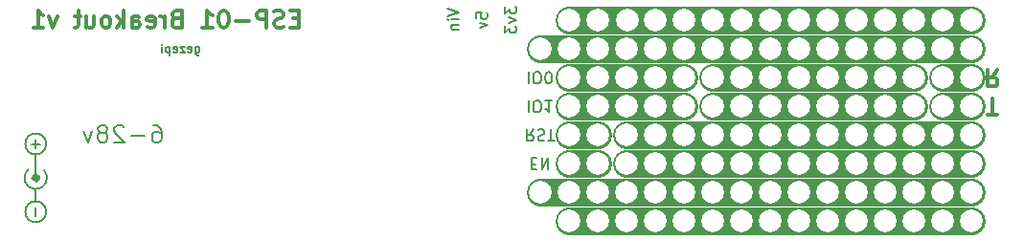
<source format=gbr>
G04 #@! TF.GenerationSoftware,KiCad,Pcbnew,5.1.5*
G04 #@! TF.CreationDate,2020-02-21T13:38:03-06:00*
G04 #@! TF.ProjectId,ESP-01_Breakout,4553502d-3031-45f4-9272-65616b6f7574,rev?*
G04 #@! TF.SameCoordinates,Original*
G04 #@! TF.FileFunction,Legend,Bot*
G04 #@! TF.FilePolarity,Positive*
%FSLAX46Y46*%
G04 Gerber Fmt 4.6, Leading zero omitted, Abs format (unit mm)*
G04 Created by KiCad (PCBNEW 5.1.5) date 2020-02-21 13:38:03*
%MOMM*%
%LPD*%
G04 APERTURE LIST*
%ADD10C,0.152400*%
%ADD11C,2.413000*%
%ADD12C,0.304800*%
%ADD13C,0.150000*%
%ADD14C,0.300000*%
%ADD15C,0.203200*%
%ADD16C,0.500000*%
%ADD17R,3.602000X3.602000*%
%ADD18C,0.127000*%
%ADD19C,2.007000*%
%ADD20R,1.829200X1.829200*%
%ADD21O,1.829200X1.829200*%
%ADD22O,2.402000X1.602000*%
%ADD23R,2.402000X1.602000*%
G04 APERTURE END LIST*
D10*
X123087428Y-98657047D02*
X123087428Y-97882952D01*
X123087428Y-92657047D02*
X123087428Y-91882952D01*
X122700380Y-92270000D02*
X123474476Y-92270000D01*
D11*
X167640000Y-83820000D02*
X205740000Y-83820000D01*
X175260000Y-93980000D02*
X205740000Y-93980000D01*
X182880000Y-86360000D02*
X200660000Y-86360000D01*
X170180000Y-88900000D02*
X180340000Y-88900000D01*
X203200000Y-86360000D02*
X205740000Y-86360000D01*
X170180000Y-81280000D02*
X205740000Y-81280000D01*
X170180000Y-99060000D02*
X205740000Y-99060000D01*
X170180000Y-93980000D02*
X172720000Y-93980000D01*
X170180000Y-91440000D02*
X172720000Y-91440000D01*
X175260000Y-91440000D02*
X205740000Y-91440000D01*
X167640000Y-96520000D02*
X205740000Y-96520000D01*
X182880000Y-88900000D02*
X200660000Y-88900000D01*
X170180000Y-86360000D02*
X180340000Y-86360000D01*
X203200000Y-88900000D02*
X205740000Y-88900000D01*
D10*
X137214428Y-83656714D02*
X137214428Y-84273571D01*
X137250714Y-84346142D01*
X137287000Y-84382428D01*
X137359571Y-84418714D01*
X137468428Y-84418714D01*
X137541000Y-84382428D01*
X137214428Y-84128428D02*
X137287000Y-84164714D01*
X137432142Y-84164714D01*
X137504714Y-84128428D01*
X137541000Y-84092142D01*
X137577285Y-84019571D01*
X137577285Y-83801857D01*
X137541000Y-83729285D01*
X137504714Y-83693000D01*
X137432142Y-83656714D01*
X137287000Y-83656714D01*
X137214428Y-83693000D01*
X136561285Y-84128428D02*
X136633857Y-84164714D01*
X136779000Y-84164714D01*
X136851571Y-84128428D01*
X136887857Y-84055857D01*
X136887857Y-83765571D01*
X136851571Y-83693000D01*
X136779000Y-83656714D01*
X136633857Y-83656714D01*
X136561285Y-83693000D01*
X136525000Y-83765571D01*
X136525000Y-83838142D01*
X136887857Y-83910714D01*
X136271000Y-83656714D02*
X135871857Y-83656714D01*
X136271000Y-84164714D01*
X135871857Y-84164714D01*
X135291285Y-84128428D02*
X135363857Y-84164714D01*
X135509000Y-84164714D01*
X135581571Y-84128428D01*
X135617857Y-84055857D01*
X135617857Y-83765571D01*
X135581571Y-83693000D01*
X135509000Y-83656714D01*
X135363857Y-83656714D01*
X135291285Y-83693000D01*
X135255000Y-83765571D01*
X135255000Y-83838142D01*
X135617857Y-83910714D01*
X134928428Y-83656714D02*
X134928428Y-84418714D01*
X134928428Y-83693000D02*
X134855857Y-83656714D01*
X134710714Y-83656714D01*
X134638142Y-83693000D01*
X134601857Y-83729285D01*
X134565571Y-83801857D01*
X134565571Y-84019571D01*
X134601857Y-84092142D01*
X134638142Y-84128428D01*
X134710714Y-84164714D01*
X134855857Y-84164714D01*
X134928428Y-84128428D01*
X134239000Y-84164714D02*
X134239000Y-83656714D01*
X134239000Y-83402714D02*
X134275285Y-83439000D01*
X134239000Y-83475285D01*
X134202714Y-83439000D01*
X134239000Y-83402714D01*
X134239000Y-83475285D01*
D12*
X146304000Y-81171142D02*
X145796000Y-81171142D01*
X145578285Y-81969428D02*
X146304000Y-81969428D01*
X146304000Y-80445428D01*
X145578285Y-80445428D01*
X144997714Y-81896857D02*
X144780000Y-81969428D01*
X144417142Y-81969428D01*
X144272000Y-81896857D01*
X144199428Y-81824285D01*
X144126857Y-81679142D01*
X144126857Y-81534000D01*
X144199428Y-81388857D01*
X144272000Y-81316285D01*
X144417142Y-81243714D01*
X144707428Y-81171142D01*
X144852571Y-81098571D01*
X144925142Y-81026000D01*
X144997714Y-80880857D01*
X144997714Y-80735714D01*
X144925142Y-80590571D01*
X144852571Y-80518000D01*
X144707428Y-80445428D01*
X144344571Y-80445428D01*
X144126857Y-80518000D01*
X143473714Y-81969428D02*
X143473714Y-80445428D01*
X142893142Y-80445428D01*
X142748000Y-80518000D01*
X142675428Y-80590571D01*
X142602857Y-80735714D01*
X142602857Y-80953428D01*
X142675428Y-81098571D01*
X142748000Y-81171142D01*
X142893142Y-81243714D01*
X143473714Y-81243714D01*
X141949714Y-81388857D02*
X140788571Y-81388857D01*
X139772571Y-80445428D02*
X139627428Y-80445428D01*
X139482285Y-80518000D01*
X139409714Y-80590571D01*
X139337142Y-80735714D01*
X139264571Y-81026000D01*
X139264571Y-81388857D01*
X139337142Y-81679142D01*
X139409714Y-81824285D01*
X139482285Y-81896857D01*
X139627428Y-81969428D01*
X139772571Y-81969428D01*
X139917714Y-81896857D01*
X139990285Y-81824285D01*
X140062857Y-81679142D01*
X140135428Y-81388857D01*
X140135428Y-81026000D01*
X140062857Y-80735714D01*
X139990285Y-80590571D01*
X139917714Y-80518000D01*
X139772571Y-80445428D01*
X137813142Y-81969428D02*
X138684000Y-81969428D01*
X138248571Y-81969428D02*
X138248571Y-80445428D01*
X138393714Y-80663142D01*
X138538857Y-80808285D01*
X138684000Y-80880857D01*
X135490857Y-81171142D02*
X135273142Y-81243714D01*
X135200571Y-81316285D01*
X135128000Y-81461428D01*
X135128000Y-81679142D01*
X135200571Y-81824285D01*
X135273142Y-81896857D01*
X135418285Y-81969428D01*
X135998857Y-81969428D01*
X135998857Y-80445428D01*
X135490857Y-80445428D01*
X135345714Y-80518000D01*
X135273142Y-80590571D01*
X135200571Y-80735714D01*
X135200571Y-80880857D01*
X135273142Y-81026000D01*
X135345714Y-81098571D01*
X135490857Y-81171142D01*
X135998857Y-81171142D01*
X134474857Y-81969428D02*
X134474857Y-80953428D01*
X134474857Y-81243714D02*
X134402285Y-81098571D01*
X134329714Y-81026000D01*
X134184571Y-80953428D01*
X134039428Y-80953428D01*
X132950857Y-81896857D02*
X133096000Y-81969428D01*
X133386285Y-81969428D01*
X133531428Y-81896857D01*
X133604000Y-81751714D01*
X133604000Y-81171142D01*
X133531428Y-81026000D01*
X133386285Y-80953428D01*
X133096000Y-80953428D01*
X132950857Y-81026000D01*
X132878285Y-81171142D01*
X132878285Y-81316285D01*
X133604000Y-81461428D01*
X131572000Y-81969428D02*
X131572000Y-81171142D01*
X131644571Y-81026000D01*
X131789714Y-80953428D01*
X132080000Y-80953428D01*
X132225142Y-81026000D01*
X131572000Y-81896857D02*
X131717142Y-81969428D01*
X132080000Y-81969428D01*
X132225142Y-81896857D01*
X132297714Y-81751714D01*
X132297714Y-81606571D01*
X132225142Y-81461428D01*
X132080000Y-81388857D01*
X131717142Y-81388857D01*
X131572000Y-81316285D01*
X130846285Y-81969428D02*
X130846285Y-80445428D01*
X130701142Y-81388857D02*
X130265714Y-81969428D01*
X130265714Y-80953428D02*
X130846285Y-81534000D01*
X129394857Y-81969428D02*
X129540000Y-81896857D01*
X129612571Y-81824285D01*
X129685142Y-81679142D01*
X129685142Y-81243714D01*
X129612571Y-81098571D01*
X129540000Y-81026000D01*
X129394857Y-80953428D01*
X129177142Y-80953428D01*
X129032000Y-81026000D01*
X128959428Y-81098571D01*
X128886857Y-81243714D01*
X128886857Y-81679142D01*
X128959428Y-81824285D01*
X129032000Y-81896857D01*
X129177142Y-81969428D01*
X129394857Y-81969428D01*
X127580571Y-80953428D02*
X127580571Y-81969428D01*
X128233714Y-80953428D02*
X128233714Y-81751714D01*
X128161142Y-81896857D01*
X128016000Y-81969428D01*
X127798285Y-81969428D01*
X127653142Y-81896857D01*
X127580571Y-81824285D01*
X127072571Y-80953428D02*
X126492000Y-80953428D01*
X126854857Y-80445428D02*
X126854857Y-81751714D01*
X126782285Y-81896857D01*
X126637142Y-81969428D01*
X126492000Y-81969428D01*
X124968000Y-80953428D02*
X124605142Y-81969428D01*
X124242285Y-80953428D01*
X122863428Y-81969428D02*
X123734285Y-81969428D01*
X123298857Y-81969428D02*
X123298857Y-80445428D01*
X123444000Y-80663142D01*
X123589142Y-80808285D01*
X123734285Y-80880857D01*
D13*
X159472380Y-80256190D02*
X160472380Y-80589523D01*
X159472380Y-80922857D01*
X160472380Y-81256190D02*
X159805714Y-81256190D01*
X159472380Y-81256190D02*
X159520000Y-81208571D01*
X159567619Y-81256190D01*
X159520000Y-81303809D01*
X159472380Y-81256190D01*
X159567619Y-81256190D01*
X159805714Y-81732380D02*
X160472380Y-81732380D01*
X159900952Y-81732380D02*
X159853333Y-81780000D01*
X159805714Y-81875238D01*
X159805714Y-82018095D01*
X159853333Y-82113333D01*
X159948571Y-82160952D01*
X160472380Y-82160952D01*
X164552380Y-80089523D02*
X164552380Y-80708571D01*
X164933333Y-80375238D01*
X164933333Y-80518095D01*
X164980952Y-80613333D01*
X165028571Y-80660952D01*
X165123809Y-80708571D01*
X165361904Y-80708571D01*
X165457142Y-80660952D01*
X165504761Y-80613333D01*
X165552380Y-80518095D01*
X165552380Y-80232380D01*
X165504761Y-80137142D01*
X165457142Y-80089523D01*
X164885714Y-81041904D02*
X165552380Y-81280000D01*
X164885714Y-81518095D01*
X164552380Y-81803809D02*
X164552380Y-82422857D01*
X164933333Y-82089523D01*
X164933333Y-82232380D01*
X164980952Y-82327619D01*
X165028571Y-82375238D01*
X165123809Y-82422857D01*
X165361904Y-82422857D01*
X165457142Y-82375238D01*
X165504761Y-82327619D01*
X165552380Y-82232380D01*
X165552380Y-81946666D01*
X165504761Y-81851428D01*
X165457142Y-81803809D01*
X162012380Y-81137142D02*
X162012380Y-80660952D01*
X162488571Y-80613333D01*
X162440952Y-80660952D01*
X162393333Y-80756190D01*
X162393333Y-80994285D01*
X162440952Y-81089523D01*
X162488571Y-81137142D01*
X162583809Y-81184761D01*
X162821904Y-81184761D01*
X162917142Y-81137142D01*
X162964761Y-81089523D01*
X163012380Y-80994285D01*
X163012380Y-80756190D01*
X162964761Y-80660952D01*
X162917142Y-80613333D01*
X162345714Y-81518095D02*
X163012380Y-81756190D01*
X162345714Y-81994285D01*
D14*
X208109285Y-85681428D02*
X207609285Y-86395714D01*
X207252142Y-85681428D02*
X207252142Y-87181428D01*
X207823571Y-87181428D01*
X207966428Y-87110000D01*
X208037857Y-87038571D01*
X208109285Y-86895714D01*
X208109285Y-86681428D01*
X208037857Y-86538571D01*
X207966428Y-86467142D01*
X207823571Y-86395714D01*
X207252142Y-86395714D01*
X207216428Y-89721428D02*
X208073571Y-89721428D01*
X207645000Y-88221428D02*
X207645000Y-89721428D01*
D10*
X167083619Y-90980380D02*
X166744952Y-91464190D01*
X166503047Y-90980380D02*
X166503047Y-91996380D01*
X166890095Y-91996380D01*
X166986857Y-91948000D01*
X167035238Y-91899619D01*
X167083619Y-91802857D01*
X167083619Y-91657714D01*
X167035238Y-91560952D01*
X166986857Y-91512571D01*
X166890095Y-91464190D01*
X166503047Y-91464190D01*
X167470666Y-91028761D02*
X167615809Y-90980380D01*
X167857714Y-90980380D01*
X167954476Y-91028761D01*
X168002857Y-91077142D01*
X168051238Y-91173904D01*
X168051238Y-91270666D01*
X168002857Y-91367428D01*
X167954476Y-91415809D01*
X167857714Y-91464190D01*
X167664190Y-91512571D01*
X167567428Y-91560952D01*
X167519047Y-91609333D01*
X167470666Y-91706095D01*
X167470666Y-91802857D01*
X167519047Y-91899619D01*
X167567428Y-91948000D01*
X167664190Y-91996380D01*
X167906095Y-91996380D01*
X168051238Y-91948000D01*
X168341523Y-91996380D02*
X168922095Y-91996380D01*
X168631809Y-90980380D02*
X168631809Y-91996380D01*
X166890095Y-94052571D02*
X167228761Y-94052571D01*
X167373904Y-93520380D02*
X166890095Y-93520380D01*
X166890095Y-94536380D01*
X167373904Y-94536380D01*
X167809333Y-93520380D02*
X167809333Y-94536380D01*
X168389904Y-93520380D01*
X168389904Y-94536380D01*
X166624000Y-88440380D02*
X166624000Y-89456380D01*
X167301333Y-89456380D02*
X167494857Y-89456380D01*
X167591619Y-89408000D01*
X167688380Y-89311238D01*
X167736761Y-89117714D01*
X167736761Y-88779047D01*
X167688380Y-88585523D01*
X167591619Y-88488761D01*
X167494857Y-88440380D01*
X167301333Y-88440380D01*
X167204571Y-88488761D01*
X167107809Y-88585523D01*
X167059428Y-88779047D01*
X167059428Y-89117714D01*
X167107809Y-89311238D01*
X167204571Y-89408000D01*
X167301333Y-89456380D01*
X168704380Y-88440380D02*
X168123809Y-88440380D01*
X168414095Y-88440380D02*
X168414095Y-89456380D01*
X168317333Y-89311238D01*
X168220571Y-89214476D01*
X168123809Y-89166095D01*
X166624000Y-85900380D02*
X166624000Y-86916380D01*
X167301333Y-86916380D02*
X167494857Y-86916380D01*
X167591619Y-86868000D01*
X167688380Y-86771238D01*
X167736761Y-86577714D01*
X167736761Y-86239047D01*
X167688380Y-86045523D01*
X167591619Y-85948761D01*
X167494857Y-85900380D01*
X167301333Y-85900380D01*
X167204571Y-85948761D01*
X167107809Y-86045523D01*
X167059428Y-86239047D01*
X167059428Y-86577714D01*
X167107809Y-86771238D01*
X167204571Y-86868000D01*
X167301333Y-86916380D01*
X168365714Y-86916380D02*
X168462476Y-86916380D01*
X168559238Y-86868000D01*
X168607619Y-86819619D01*
X168656000Y-86722857D01*
X168704380Y-86529333D01*
X168704380Y-86287428D01*
X168656000Y-86093904D01*
X168607619Y-85997142D01*
X168559238Y-85948761D01*
X168462476Y-85900380D01*
X168365714Y-85900380D01*
X168268952Y-85948761D01*
X168220571Y-85997142D01*
X168172190Y-86093904D01*
X168123809Y-86287428D01*
X168123809Y-86529333D01*
X168172190Y-86722857D01*
X168220571Y-86819619D01*
X168268952Y-86868000D01*
X168365714Y-86916380D01*
D15*
X133495142Y-90605428D02*
X133785428Y-90605428D01*
X133930571Y-90678000D01*
X134003142Y-90750571D01*
X134148285Y-90968285D01*
X134220857Y-91258571D01*
X134220857Y-91839142D01*
X134148285Y-91984285D01*
X134075714Y-92056857D01*
X133930571Y-92129428D01*
X133640285Y-92129428D01*
X133495142Y-92056857D01*
X133422571Y-91984285D01*
X133350000Y-91839142D01*
X133350000Y-91476285D01*
X133422571Y-91331142D01*
X133495142Y-91258571D01*
X133640285Y-91186000D01*
X133930571Y-91186000D01*
X134075714Y-91258571D01*
X134148285Y-91331142D01*
X134220857Y-91476285D01*
X132696857Y-91548857D02*
X131535714Y-91548857D01*
X130882571Y-90750571D02*
X130810000Y-90678000D01*
X130664857Y-90605428D01*
X130302000Y-90605428D01*
X130156857Y-90678000D01*
X130084285Y-90750571D01*
X130011714Y-90895714D01*
X130011714Y-91040857D01*
X130084285Y-91258571D01*
X130955142Y-92129428D01*
X130011714Y-92129428D01*
X129140857Y-91258571D02*
X129286000Y-91186000D01*
X129358571Y-91113428D01*
X129431142Y-90968285D01*
X129431142Y-90895714D01*
X129358571Y-90750571D01*
X129286000Y-90678000D01*
X129140857Y-90605428D01*
X128850571Y-90605428D01*
X128705428Y-90678000D01*
X128632857Y-90750571D01*
X128560285Y-90895714D01*
X128560285Y-90968285D01*
X128632857Y-91113428D01*
X128705428Y-91186000D01*
X128850571Y-91258571D01*
X129140857Y-91258571D01*
X129286000Y-91331142D01*
X129358571Y-91403714D01*
X129431142Y-91548857D01*
X129431142Y-91839142D01*
X129358571Y-91984285D01*
X129286000Y-92056857D01*
X129140857Y-92129428D01*
X128850571Y-92129428D01*
X128705428Y-92056857D01*
X128632857Y-91984285D01*
X128560285Y-91839142D01*
X128560285Y-91548857D01*
X128632857Y-91403714D01*
X128705428Y-91331142D01*
X128850571Y-91258571D01*
X128052285Y-91113428D02*
X127689428Y-92129428D01*
X127326571Y-91113428D01*
D13*
X123835000Y-94595000D02*
G75*
G02X122410000Y-94520000I-750000J-675000D01*
G01*
D16*
X123260000Y-95270000D02*
G75*
G03X123260000Y-95270000I-175000J0D01*
G01*
D13*
X124010000Y-92270000D02*
G75*
G03X124010000Y-92270000I-925000J0D01*
G01*
X124010000Y-98270000D02*
G75*
G03X124010000Y-98270000I-925000J0D01*
G01*
X123085000Y-97270000D02*
X123085000Y-96370000D01*
X123085000Y-95270000D02*
X123085000Y-93270000D01*
%LPC*%
D17*
X133254000Y-95250000D03*
D18*
G36*
X128105512Y-93452734D02*
G01*
X128180793Y-93463901D01*
X128254616Y-93482393D01*
X128326271Y-93508031D01*
X128395068Y-93540570D01*
X128460345Y-93579695D01*
X128521472Y-93625030D01*
X128577861Y-93676139D01*
X128628970Y-93732528D01*
X128674305Y-93793655D01*
X128713430Y-93858932D01*
X128745969Y-93927729D01*
X128771607Y-93999384D01*
X128790099Y-94073207D01*
X128801266Y-94148488D01*
X128805000Y-94224500D01*
X128805000Y-96275500D01*
X128801266Y-96351512D01*
X128790099Y-96426793D01*
X128771607Y-96500616D01*
X128745969Y-96572271D01*
X128713430Y-96641068D01*
X128674305Y-96706345D01*
X128628970Y-96767472D01*
X128577861Y-96823861D01*
X128521472Y-96874970D01*
X128460345Y-96920305D01*
X128395068Y-96959430D01*
X128326271Y-96991969D01*
X128254616Y-97017607D01*
X128180793Y-97036099D01*
X128105512Y-97047266D01*
X128029500Y-97051000D01*
X126478500Y-97051000D01*
X126402488Y-97047266D01*
X126327207Y-97036099D01*
X126253384Y-97017607D01*
X126181729Y-96991969D01*
X126112932Y-96959430D01*
X126047655Y-96920305D01*
X125986528Y-96874970D01*
X125930139Y-96823861D01*
X125879030Y-96767472D01*
X125833695Y-96706345D01*
X125794570Y-96641068D01*
X125762031Y-96572271D01*
X125736393Y-96500616D01*
X125717901Y-96426793D01*
X125706734Y-96351512D01*
X125703000Y-96275500D01*
X125703000Y-94224500D01*
X125706734Y-94148488D01*
X125717901Y-94073207D01*
X125736393Y-93999384D01*
X125762031Y-93927729D01*
X125794570Y-93858932D01*
X125833695Y-93793655D01*
X125879030Y-93732528D01*
X125930139Y-93676139D01*
X125986528Y-93625030D01*
X126047655Y-93579695D01*
X126112932Y-93540570D01*
X126181729Y-93508031D01*
X126253384Y-93482393D01*
X126327207Y-93463901D01*
X126402488Y-93452734D01*
X126478500Y-93449000D01*
X128029500Y-93449000D01*
X128105512Y-93452734D01*
G37*
G36*
X131242764Y-98153336D02*
G01*
X131330179Y-98166303D01*
X131415901Y-98187775D01*
X131499106Y-98217546D01*
X131578993Y-98255330D01*
X131654791Y-98300762D01*
X131725771Y-98353404D01*
X131791250Y-98412750D01*
X131850596Y-98478229D01*
X131903238Y-98549209D01*
X131948670Y-98625007D01*
X131986454Y-98704894D01*
X132016225Y-98788099D01*
X132037697Y-98873821D01*
X132050664Y-98961236D01*
X132055000Y-99049500D01*
X132055000Y-100850500D01*
X132050664Y-100938764D01*
X132037697Y-101026179D01*
X132016225Y-101111901D01*
X131986454Y-101195106D01*
X131948670Y-101274993D01*
X131903238Y-101350791D01*
X131850596Y-101421771D01*
X131791250Y-101487250D01*
X131725771Y-101546596D01*
X131654791Y-101599238D01*
X131578993Y-101644670D01*
X131499106Y-101682454D01*
X131415901Y-101712225D01*
X131330179Y-101733697D01*
X131242764Y-101746664D01*
X131154500Y-101751000D01*
X129353500Y-101751000D01*
X129265236Y-101746664D01*
X129177821Y-101733697D01*
X129092099Y-101712225D01*
X129008894Y-101682454D01*
X128929007Y-101644670D01*
X128853209Y-101599238D01*
X128782229Y-101546596D01*
X128716750Y-101487250D01*
X128657404Y-101421771D01*
X128604762Y-101350791D01*
X128559330Y-101274993D01*
X128521546Y-101195106D01*
X128491775Y-101111901D01*
X128470303Y-101026179D01*
X128457336Y-100938764D01*
X128453000Y-100850500D01*
X128453000Y-99049500D01*
X128457336Y-98961236D01*
X128470303Y-98873821D01*
X128491775Y-98788099D01*
X128521546Y-98704894D01*
X128559330Y-98625007D01*
X128604762Y-98549209D01*
X128657404Y-98478229D01*
X128716750Y-98412750D01*
X128782229Y-98353404D01*
X128853209Y-98300762D01*
X128929007Y-98255330D01*
X129008894Y-98217546D01*
X129092099Y-98187775D01*
X129177821Y-98166303D01*
X129265236Y-98153336D01*
X129353500Y-98149000D01*
X131154500Y-98149000D01*
X131242764Y-98153336D01*
G37*
D19*
X187960000Y-81280000D03*
D20*
X162560000Y-99060000D03*
D21*
X160020000Y-99060000D03*
X162560000Y-96520000D03*
X160020000Y-96520000D03*
X162560000Y-93980000D03*
X160020000Y-93980000D03*
X162560000Y-91440000D03*
X160020000Y-91440000D03*
D19*
X160020000Y-83820000D03*
X167640000Y-83820000D03*
X167640000Y-96520000D03*
X162560000Y-83820000D03*
X165100000Y-83820000D03*
X205740000Y-99060000D03*
X205740000Y-83820000D03*
X170180000Y-91440000D03*
X172720000Y-93980000D03*
X205740000Y-86360000D03*
X205740000Y-88900000D03*
X198120000Y-96520000D03*
X170180000Y-99060000D03*
X172720000Y-99060000D03*
X177800000Y-83820000D03*
X172720000Y-91440000D03*
X170180000Y-93980000D03*
X203200000Y-86360000D03*
X203200000Y-88900000D03*
X182880000Y-96520000D03*
X203200000Y-99060000D03*
X182880000Y-99060000D03*
X175260000Y-83820000D03*
X177800000Y-93980000D03*
X205740000Y-91440000D03*
X198120000Y-88900000D03*
X198120000Y-86360000D03*
X193040000Y-96520000D03*
X185420000Y-99060000D03*
X177800000Y-99060000D03*
X172720000Y-83820000D03*
X175260000Y-93980000D03*
X198120000Y-91440000D03*
X193040000Y-88900000D03*
X195580000Y-86360000D03*
X190500000Y-96520000D03*
X180340000Y-99060000D03*
X170180000Y-83820000D03*
X203200000Y-93980000D03*
X203200000Y-91440000D03*
X190500000Y-88900000D03*
X193040000Y-86360000D03*
X180340000Y-96520000D03*
X175260000Y-99060000D03*
X190500000Y-81280000D03*
X203200000Y-83820000D03*
X182880000Y-93980000D03*
X200660000Y-91440000D03*
X195580000Y-88900000D03*
X187960000Y-86360000D03*
X185420000Y-96520000D03*
X203200000Y-81280000D03*
X193040000Y-81280000D03*
X180340000Y-83820000D03*
X190500000Y-93980000D03*
X195580000Y-91440000D03*
X200660000Y-88900000D03*
X190500000Y-86360000D03*
X200660000Y-96520000D03*
X198120000Y-81280000D03*
X205740000Y-81280000D03*
X193040000Y-83820000D03*
X187960000Y-93980000D03*
X175260000Y-91440000D03*
X187960000Y-88900000D03*
X200660000Y-86360000D03*
X203200000Y-96520000D03*
X200660000Y-81280000D03*
X185420000Y-81280000D03*
X200660000Y-83820000D03*
X193040000Y-93980000D03*
X193040000Y-91440000D03*
X182880000Y-88900000D03*
X182880000Y-86360000D03*
X205740000Y-96520000D03*
X195580000Y-81280000D03*
X182880000Y-81280000D03*
X190500000Y-83820000D03*
X180340000Y-93980000D03*
X190500000Y-91440000D03*
X185420000Y-88900000D03*
X185420000Y-86360000D03*
X177800000Y-96520000D03*
X198120000Y-99060000D03*
X180340000Y-81280000D03*
X187960000Y-83820000D03*
X205740000Y-93980000D03*
X185420000Y-91440000D03*
X180340000Y-88900000D03*
X180340000Y-86360000D03*
X170180000Y-96520000D03*
X170180000Y-81280000D03*
X200660000Y-99060000D03*
X185420000Y-83820000D03*
X195580000Y-93980000D03*
X187960000Y-91440000D03*
X177800000Y-88900000D03*
X175260000Y-86360000D03*
X187960000Y-96520000D03*
X177800000Y-81280000D03*
X195580000Y-99060000D03*
X198120000Y-83820000D03*
X198120000Y-93980000D03*
X177800000Y-91440000D03*
X172720000Y-88900000D03*
X172720000Y-86360000D03*
X172720000Y-96520000D03*
X187960000Y-99060000D03*
X175410000Y-81280000D03*
X182880000Y-83820000D03*
X185420000Y-93980000D03*
X182880000Y-91440000D03*
X170180000Y-88900000D03*
X170180000Y-86360000D03*
X195580000Y-96520000D03*
X190500000Y-99060000D03*
X172720000Y-81280000D03*
X195580000Y-83820000D03*
X200660000Y-93980000D03*
X180340000Y-91440000D03*
X175260000Y-88900000D03*
X177800000Y-86360000D03*
X175260000Y-96520000D03*
X193040000Y-99060000D03*
D22*
X149860000Y-86360000D03*
X149860000Y-83820000D03*
D23*
X149860000Y-81280000D03*
D22*
X149860000Y-99060000D03*
X149860000Y-96520000D03*
D23*
X149860000Y-93980000D03*
M02*

</source>
